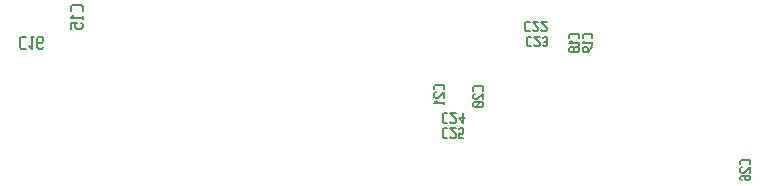
<source format=gbr>
G04 start of page 9 for group -4078 idx -4078 *
G04 Title: (unknown), bottomsilk *
G04 Creator: pcb 1.99y *
G04 CreationDate: Tue 31 Mar 2009 05:55:46 AM GMT UTC *
G04 For: jean *
G04 Format: Gerber/RS-274X *
G04 PCB-Dimensions: 600000 500000 *
G04 PCB-Coordinate-Origin: lower left *
%MOIN*%
%FSLAX25Y25*%
%LNBACKSILK*%
%ADD49C,0.0080*%
G54D49*X312390Y446400D02*X313560D01*
X312000Y446010D02*X312390Y446400D01*
X312000Y443670D02*Y446010D01*
Y443670D02*X312390Y443280D01*
X313560D01*
X314496Y443670D02*X314886Y443280D01*
X316056D01*
X316446Y443670D01*
Y444450D01*
X314496Y446400D02*X316446Y444450D01*
X314496Y446400D02*X316446D01*
X317383Y443670D02*X317773Y443280D01*
X318943D01*
X319333Y443670D01*
Y444450D01*
X317383Y446400D02*X319333Y444450D01*
X317383Y446400D02*X319333D01*
X329900Y440940D02*Y442110D01*
X329510Y442500D02*X329900Y442110D01*
X327170Y442500D02*X329510D01*
X327170D02*X326780Y442110D01*
Y440940D02*Y442110D01*
X329900Y438834D02*Y439614D01*
X326780Y439224D02*X329900D01*
X327560Y440004D02*X326780Y439224D01*
X329510Y437897D02*X329900Y437507D01*
X328730Y437897D02*X329510D01*
X328730D02*X328340Y437507D01*
Y436727D02*Y437507D01*
Y436727D02*X328730Y436337D01*
X329510D01*
X329900Y436727D02*X329510Y436337D01*
X329900Y436727D02*Y437507D01*
X327950Y437897D02*X328340Y437507D01*
X327170Y437897D02*X327950D01*
X327170D02*X326780Y437507D01*
Y436727D02*Y437507D01*
Y436727D02*X327170Y436337D01*
X327950D01*
X328340Y436727D02*X327950Y436337D01*
X297900Y423440D02*Y424610D01*
X297510Y425000D02*X297900Y424610D01*
X295170Y425000D02*X297510D01*
X295170D02*X294780Y424610D01*
Y423440D02*Y424610D01*
X295170Y422504D02*X294780Y422114D01*
Y420944D02*Y422114D01*
Y420944D02*X295170Y420554D01*
X295950D01*
X297900Y422504D02*X295950Y420554D01*
X297900D02*Y422504D01*
X297510Y419617D02*X297900Y419227D01*
X295170Y419617D02*X297510D01*
X295170D02*X294780Y419227D01*
Y418447D02*Y419227D01*
Y418447D02*X295170Y418057D01*
X297510D01*
X297900Y418447D02*X297510Y418057D01*
X297900Y418447D02*Y419227D01*
X297120Y419617D02*X295560Y418057D01*
X312890Y441400D02*X314060D01*
X312500Y441010D02*X312890Y441400D01*
X312500Y438670D02*Y441010D01*
Y438670D02*X312890Y438280D01*
X314060D01*
X314996Y438670D02*X315386Y438280D01*
X316556D01*
X316946Y438670D01*
Y439450D01*
X314996Y441400D02*X316946Y439450D01*
X314996Y441400D02*X316946D01*
X317883Y438670D02*X318273Y438280D01*
X319053D01*
X319443Y438670D01*
Y441010D01*
X319053Y441400D02*X319443Y441010D01*
X318273Y441400D02*X319053D01*
X317883Y441010D02*X318273Y441400D01*
Y439840D02*X319443D01*
X284890Y410900D02*X286060D01*
X284500Y410510D02*X284890Y410900D01*
X284500Y408170D02*Y410510D01*
Y408170D02*X284890Y407780D01*
X286060D01*
X286996Y408170D02*X287386Y407780D01*
X288556D01*
X288946Y408170D01*
Y408950D01*
X286996Y410900D02*X288946Y408950D01*
X286996Y410900D02*X288946D01*
X289883Y407780D02*X291443D01*
X289883D02*Y409340D01*
X290273Y408950D01*
X291053D01*
X291443Y409340D01*
Y410510D01*
X291053Y410900D02*X291443Y410510D01*
X290273Y410900D02*X291053D01*
X289883Y410510D02*X290273Y410900D01*
X284890Y415900D02*X286060D01*
X284500Y415510D02*X284890Y415900D01*
X284500Y413170D02*Y415510D01*
Y413170D02*X284890Y412780D01*
X286060D01*
X286996Y413170D02*X287386Y412780D01*
X288556D01*
X288946Y413170D01*
Y413950D01*
X286996Y415900D02*X288946Y413950D01*
X286996Y415900D02*X288946D01*
X289883Y414340D02*X291443Y412780D01*
X289883Y414340D02*X291833D01*
X291443Y412780D02*Y415900D01*
X284900Y423940D02*Y425110D01*
X284510Y425500D02*X284900Y425110D01*
X282170Y425500D02*X284510D01*
X282170D02*X281780Y425110D01*
Y423940D02*Y425110D01*
X282170Y423004D02*X281780Y422614D01*
Y421444D02*Y422614D01*
Y421444D02*X282170Y421054D01*
X282950D01*
X284900Y423004D02*X282950Y421054D01*
X284900D02*Y423004D01*
Y418947D02*Y419727D01*
X281780Y419337D02*X284900D01*
X282560Y420117D02*X281780Y419337D01*
X164500Y450000D02*Y451500D01*
X164000Y452000D02*X164500Y451500D01*
X161000Y452000D02*X164000D01*
X161000D02*X160500Y451500D01*
Y450000D02*Y451500D01*
X164500Y447299D02*Y448299D01*
X160500Y447799D02*X164500D01*
X161500Y448799D02*X160500Y447799D01*
Y444098D02*Y446098D01*
X162500D01*
X162000Y445598D01*
Y444598D02*Y445598D01*
Y444598D02*X162500Y444098D01*
X164000D01*
X164500Y444598D02*X164000Y444098D01*
X164500Y444598D02*Y445598D01*
X164000Y446098D02*X164500Y445598D01*
X144000Y441500D02*X145500D01*
X143500Y441000D02*X144000Y441500D01*
X143500Y438000D02*Y441000D01*
Y438000D02*X144000Y437500D01*
X145500D01*
X147201Y441500D02*X148201D01*
X147701Y437500D02*Y441500D01*
X146701Y438500D02*X147701Y437500D01*
X150902D02*X151402Y438000D01*
X149902Y437500D02*X150902D01*
X149402Y438000D02*X149902Y437500D01*
X149402Y438000D02*Y441000D01*
X149902Y441500D01*
X150902Y439500D02*X151402Y440000D01*
X149402Y439500D02*X150902D01*
X149902Y441500D02*X150902D01*
X151402Y441000D01*
Y440000D02*Y441000D01*
X334400Y440940D02*Y442110D01*
X334010Y442500D02*X334400Y442110D01*
X331670Y442500D02*X334010D01*
X331670D02*X331280Y442110D01*
Y440940D02*Y442110D01*
X334400Y438834D02*Y439614D01*
X331280Y439224D02*X334400D01*
X332060Y440004D02*X331280Y439224D01*
X334400Y437897D02*X332840Y436337D01*
X331670D02*X332840D01*
X331280Y436727D02*X331670Y436337D01*
X331280Y436727D02*Y437507D01*
X331670Y437897D02*X331280Y437507D01*
X331670Y437897D02*X332450D01*
X332840Y437507D01*
Y436337D02*Y437507D01*
X386900Y398940D02*Y400110D01*
X386510Y400500D02*X386900Y400110D01*
X384170Y400500D02*X386510D01*
X384170D02*X383780Y400110D01*
Y398940D02*Y400110D01*
X384170Y398004D02*X383780Y397614D01*
Y396444D02*Y397614D01*
Y396444D02*X384170Y396054D01*
X384950D01*
X386900Y398004D02*X384950Y396054D01*
X386900D02*Y398004D01*
X383780Y393947D02*X384170Y393557D01*
X383780Y393947D02*Y394727D01*
X384170Y395117D02*X383780Y394727D01*
X384170Y395117D02*X386510D01*
X386900Y394727D01*
X385340Y393947D02*X385730Y393557D01*
X385340Y393947D02*Y395117D01*
X386900Y393947D02*Y394727D01*
Y393947D02*X386510Y393557D01*
X385730D02*X386510D01*
M02*

</source>
